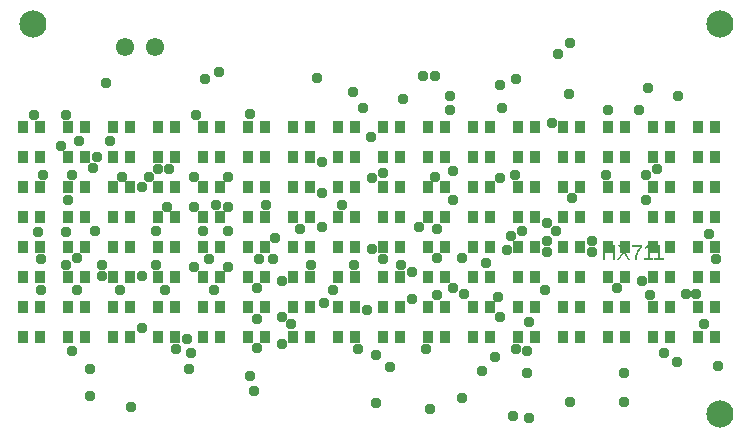
<source format=gbr>
G04 EAGLE Gerber RS-274X export*
G75*
%MOMM*%
%FSLAX34Y34*%
%LPD*%
%INSoldermask Bottom*%
%IPPOS*%
%AMOC8*
5,1,8,0,0,1.08239X$1,22.5*%
G01*
G04 Define Apertures*
%ADD10C,2.303200*%
%ADD11R,0.815000X1.115000*%
%ADD12C,1.551200*%
%ADD13C,0.959600*%
G36*
X968238Y281740D02*
X966565Y281740D01*
X966565Y294081D01*
X968238Y294081D01*
X968238Y288861D01*
X974912Y288861D01*
X974912Y294081D01*
X976585Y294081D01*
X976585Y281740D01*
X974912Y281740D01*
X974912Y287459D01*
X968238Y287459D01*
X968238Y281740D01*
G37*
G36*
X980313Y281740D02*
X978465Y281740D01*
X983160Y288151D01*
X978824Y294081D01*
X980672Y294081D01*
X984106Y289237D01*
X987443Y294081D01*
X989291Y294081D01*
X985069Y288213D01*
X989650Y281740D01*
X987802Y281740D01*
X984097Y287135D01*
X980313Y281740D01*
G37*
G36*
X1009100Y281740D02*
X1001366Y281740D01*
X1001366Y283080D01*
X1004510Y283080D01*
X1004510Y292574D01*
X1001725Y290586D01*
X1001725Y292075D01*
X1004642Y294081D01*
X1006096Y294081D01*
X1006096Y283080D01*
X1009100Y283080D01*
X1009100Y281740D01*
G37*
G36*
X1017725Y281740D02*
X1009991Y281740D01*
X1009991Y283080D01*
X1013135Y283080D01*
X1013135Y292574D01*
X1010350Y290586D01*
X1010350Y292075D01*
X1013267Y294081D01*
X1014721Y294081D01*
X1014721Y283080D01*
X1017725Y283080D01*
X1017725Y281740D01*
G37*
G36*
X994874Y281740D02*
X993228Y281740D01*
X993244Y282335D01*
X993291Y282938D01*
X993369Y283549D01*
X993479Y284167D01*
X993620Y284794D01*
X993792Y285428D01*
X993996Y286070D01*
X994231Y286719D01*
X994502Y287385D01*
X994816Y288076D01*
X995172Y288792D01*
X995570Y289532D01*
X996009Y290297D01*
X996491Y291087D01*
X997015Y291901D01*
X997581Y292741D01*
X990951Y292741D01*
X990951Y294081D01*
X999105Y294081D01*
X999105Y292802D01*
X998228Y291435D01*
X997491Y290225D01*
X996893Y289171D01*
X996433Y288274D01*
X996068Y287458D01*
X995751Y286647D01*
X995483Y285842D01*
X995264Y285042D01*
X995094Y284238D01*
X994972Y283419D01*
X994899Y282587D01*
X994881Y282165D01*
X994874Y281740D01*
G37*
D10*
X1065540Y481240D03*
X483860Y481240D03*
X1065540Y151040D03*
D11*
X947300Y393700D03*
X932300Y393700D03*
X566300Y266700D03*
X551300Y266700D03*
X528200Y266700D03*
X513200Y266700D03*
X490100Y266700D03*
X475100Y266700D03*
X1061600Y241300D03*
X1046600Y241300D03*
X1023500Y241300D03*
X1008500Y241300D03*
X985400Y241300D03*
X970400Y241300D03*
X947300Y241300D03*
X932300Y241300D03*
X909200Y241300D03*
X894200Y241300D03*
X871100Y241300D03*
X856100Y241300D03*
X833000Y241300D03*
X818000Y241300D03*
X909200Y393700D03*
X894200Y393700D03*
X794900Y241300D03*
X779900Y241300D03*
X756800Y241300D03*
X741800Y241300D03*
X718700Y241300D03*
X703700Y241300D03*
X680600Y241300D03*
X665600Y241300D03*
X642500Y241300D03*
X627500Y241300D03*
X604400Y241300D03*
X589400Y241300D03*
X566300Y241300D03*
X551300Y241300D03*
X528200Y241300D03*
X513200Y241300D03*
X490100Y241300D03*
X475100Y241300D03*
X1061600Y215900D03*
X1046600Y215900D03*
X871100Y393700D03*
X856100Y393700D03*
X1023500Y215900D03*
X1008500Y215900D03*
X985400Y215900D03*
X970400Y215900D03*
X947300Y215900D03*
X932300Y215900D03*
X909200Y215900D03*
X894200Y215900D03*
X871100Y215900D03*
X856100Y215900D03*
X833000Y215900D03*
X818000Y215900D03*
X794900Y215900D03*
X779900Y215900D03*
X756800Y215900D03*
X741800Y215900D03*
X718700Y215900D03*
X703700Y215900D03*
X680600Y215900D03*
X665600Y215900D03*
X833000Y393700D03*
X818000Y393700D03*
X642500Y215900D03*
X627500Y215900D03*
X604400Y215900D03*
X589400Y215900D03*
X566300Y215900D03*
X551300Y215900D03*
X528200Y215900D03*
X513200Y215900D03*
X490100Y215900D03*
X475100Y215900D03*
X794900Y393700D03*
X779900Y393700D03*
X756800Y393700D03*
X741800Y393700D03*
X718700Y393700D03*
X703700Y393700D03*
X680600Y393700D03*
X665600Y393700D03*
X642500Y393700D03*
X627500Y393700D03*
X604400Y393700D03*
X589400Y393700D03*
X566300Y393700D03*
X551300Y393700D03*
X528200Y393700D03*
X513200Y393700D03*
X490100Y393700D03*
X475100Y393700D03*
X1061600Y368300D03*
X1046600Y368300D03*
X1023500Y368300D03*
X1008500Y368300D03*
X985400Y368300D03*
X970400Y368300D03*
X947300Y368300D03*
X932300Y368300D03*
X909200Y368300D03*
X894200Y368300D03*
X871100Y368300D03*
X856100Y368300D03*
X833000Y368300D03*
X818000Y368300D03*
X1061600Y393700D03*
X1046600Y393700D03*
X794900Y368300D03*
X779900Y368300D03*
X756800Y368300D03*
X741800Y368300D03*
X718700Y368300D03*
X703700Y368300D03*
X680600Y368300D03*
X665600Y368300D03*
X642500Y368300D03*
X627500Y368300D03*
X604400Y368300D03*
X589400Y368300D03*
X566300Y368300D03*
X551300Y368300D03*
X528200Y368300D03*
X513200Y368300D03*
X490100Y368300D03*
X475100Y368300D03*
X1061600Y342900D03*
X1046600Y342900D03*
X1023500Y342900D03*
X1008500Y342900D03*
X985400Y342900D03*
X970400Y342900D03*
X947300Y342900D03*
X932300Y342900D03*
X909200Y342900D03*
X894200Y342900D03*
X871100Y342900D03*
X856100Y342900D03*
X833000Y342900D03*
X818000Y342900D03*
X794900Y342900D03*
X779900Y342900D03*
X756800Y342900D03*
X741800Y342900D03*
X718700Y342900D03*
X703700Y342900D03*
X680600Y342900D03*
X665600Y342900D03*
X642500Y342900D03*
X627500Y342900D03*
X604400Y342900D03*
X589400Y342900D03*
X566300Y342900D03*
X551300Y342900D03*
X528200Y342900D03*
X513200Y342900D03*
X490100Y342900D03*
X475100Y342900D03*
X1061600Y317500D03*
X1046600Y317500D03*
X1023500Y317500D03*
X1008500Y317500D03*
X985400Y317500D03*
X970400Y317500D03*
X947300Y317500D03*
X932300Y317500D03*
X909200Y317500D03*
X894200Y317500D03*
X871100Y317500D03*
X856100Y317500D03*
X833000Y317500D03*
X818000Y317500D03*
X794900Y317500D03*
X779900Y317500D03*
X756800Y317500D03*
X741800Y317500D03*
X718700Y317500D03*
X703700Y317500D03*
X680600Y317500D03*
X665600Y317500D03*
X642500Y317500D03*
X627500Y317500D03*
X604400Y317500D03*
X589400Y317500D03*
X566300Y317500D03*
X551300Y317500D03*
X528200Y317500D03*
X513200Y317500D03*
X490100Y317500D03*
X475100Y317500D03*
X1061600Y292100D03*
X1046600Y292100D03*
X1023500Y292100D03*
X1008500Y292100D03*
X985400Y292100D03*
X970400Y292100D03*
X947300Y292100D03*
X932300Y292100D03*
X909200Y292100D03*
X894200Y292100D03*
X871100Y292100D03*
X856100Y292100D03*
X833000Y292100D03*
X818000Y292100D03*
X794900Y292100D03*
X779900Y292100D03*
X756800Y292100D03*
X741800Y292100D03*
X1023500Y393700D03*
X1008500Y393700D03*
X718700Y292100D03*
X703700Y292100D03*
X680600Y292100D03*
X665600Y292100D03*
X642500Y292100D03*
X627500Y292100D03*
X604400Y292100D03*
X589400Y292100D03*
X566300Y292100D03*
X551300Y292100D03*
X528200Y292100D03*
X513200Y292100D03*
X490100Y292100D03*
X475100Y292100D03*
X1061600Y266700D03*
X1046600Y266700D03*
X1023500Y266700D03*
X1008500Y266700D03*
X985400Y266700D03*
X970400Y266700D03*
X985400Y393700D03*
X970400Y393700D03*
X947300Y266700D03*
X932300Y266700D03*
X909200Y266700D03*
X894200Y266700D03*
X871100Y266700D03*
X856100Y266700D03*
X833000Y266700D03*
X818000Y266700D03*
X794900Y266700D03*
X779900Y266700D03*
X756800Y266700D03*
X741800Y266700D03*
X718700Y266700D03*
X703700Y266700D03*
X680600Y266700D03*
X665600Y266700D03*
X642500Y266700D03*
X627500Y266700D03*
X604400Y266700D03*
X589400Y266700D03*
D12*
X586900Y461900D03*
X561900Y461900D03*
D13*
X804672Y248412D03*
X810768Y309372D03*
X893064Y434340D03*
X879348Y429768D03*
X754380Y423672D03*
X667512Y405384D03*
X839724Y332232D03*
X839724Y356616D03*
X938784Y161544D03*
X1063752Y192024D03*
X670560Y170688D03*
X566928Y156972D03*
X804672Y271272D03*
X797052Y417576D03*
X824484Y437388D03*
X545592Y431292D03*
X786384Y190500D03*
X649224Y275844D03*
X521208Y283464D03*
X522732Y382524D03*
X813816Y437388D03*
X723900Y435864D03*
X938784Y464820D03*
X702564Y227076D03*
X737616Y256032D03*
X641604Y440436D03*
X617220Y202692D03*
X605028Y205740D03*
X598932Y358140D03*
X531876Y166116D03*
X984504Y161544D03*
X970788Y408432D03*
X769620Y385572D03*
X763524Y409956D03*
X880872Y409956D03*
X923544Y397764D03*
X1011936Y358140D03*
X918972Y312420D03*
X629412Y434340D03*
X1030224Y420624D03*
X548640Y382524D03*
X534924Y359664D03*
X984504Y185928D03*
X484632Y403860D03*
X512064Y403860D03*
X836676Y408432D03*
X836676Y420624D03*
X621792Y403860D03*
X996696Y408432D03*
X937260Y422148D03*
X537972Y368808D03*
X507492Y377952D03*
X589788Y358140D03*
X879348Y350520D03*
X780288Y355092D03*
X1004316Y426720D03*
X824484Y352044D03*
X559308Y352044D03*
X582168Y352044D03*
X620268Y352044D03*
X516636Y353568D03*
X649224Y352044D03*
X903732Y228600D03*
X1002792Y332232D03*
X969264Y353568D03*
X771144Y350520D03*
X891540Y353568D03*
X557784Y256032D03*
X521208Y256032D03*
X595884Y256032D03*
X627888Y306324D03*
X597408Y326136D03*
X649224Y326136D03*
X1051560Y227076D03*
X897636Y306324D03*
X926592Y306324D03*
X826008Y307848D03*
X710184Y307848D03*
X728472Y338328D03*
X487680Y304800D03*
X512064Y304800D03*
X536448Y306324D03*
X588264Y306324D03*
X632460Y281940D03*
X649224Y306324D03*
X1028700Y195072D03*
X826008Y283464D03*
X847344Y283464D03*
X888492Y301752D03*
X918972Y297180D03*
X780288Y281940D03*
X957072Y297180D03*
X675132Y281940D03*
X687324Y281940D03*
X1036320Y252984D03*
X490728Y256032D03*
X512064Y277368D03*
X542544Y277368D03*
X588264Y277368D03*
X620268Y275844D03*
X673608Y257556D03*
X694944Y263652D03*
X848868Y252984D03*
X826008Y251460D03*
X637032Y256032D03*
X917448Y256032D03*
X542544Y268224D03*
X576072Y268224D03*
X513588Y332232D03*
X576072Y342900D03*
X1045464Y252984D03*
X673608Y231648D03*
X694944Y233172D03*
X516636Y204216D03*
X531876Y188976D03*
X1005840Y251460D03*
X673608Y207264D03*
X694944Y210312D03*
X893064Y205740D03*
X874776Y199644D03*
X1018032Y202692D03*
X1062228Y281940D03*
X999744Y263652D03*
X1056132Y303276D03*
X978408Y257556D03*
X1002792Y353568D03*
X957072Y288036D03*
X940308Y333756D03*
X918972Y288036D03*
X928116Y455676D03*
X766572Y239268D03*
X774192Y201168D03*
X879348Y233172D03*
X839724Y257556D03*
X795528Y277368D03*
X885444Y289560D03*
X902208Y204216D03*
X819912Y155448D03*
X774192Y160020D03*
X758952Y205740D03*
X755904Y277368D03*
X745236Y327660D03*
X771144Y291084D03*
X729996Y245364D03*
X719328Y277368D03*
X728472Y309372D03*
X728472Y364236D03*
X867156Y278892D03*
X877824Y249936D03*
X816864Y205740D03*
X681228Y327660D03*
X688848Y300228D03*
X864108Y187452D03*
X638556Y327660D03*
X620268Y326136D03*
X847344Y164592D03*
X667512Y182880D03*
X614172Y214884D03*
X902208Y185928D03*
X615696Y188976D03*
X576072Y224028D03*
X890016Y149352D03*
X903732Y147828D03*
X492252Y353568D03*
X490728Y281940D03*
M02*

</source>
